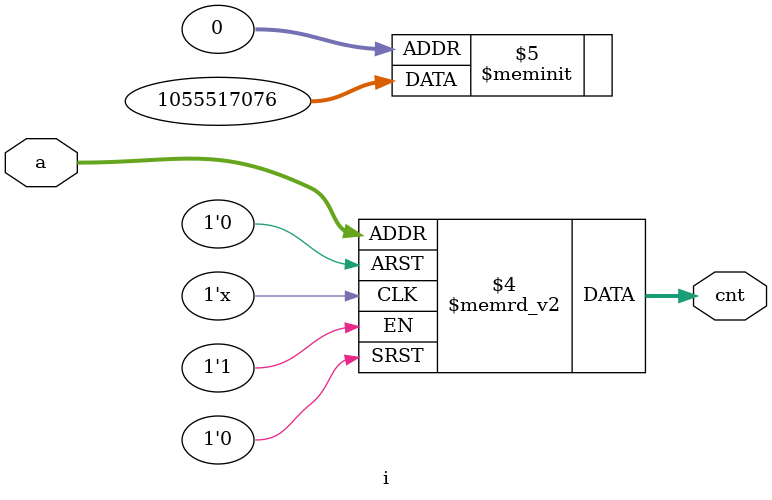
<source format=v>
module xor_cnt( 
input [127:0] a,
input [127:0] b,
output   [6:0] num
 );
 
wire [127:0] c;  
wire [32*2-1 : 0] out;
assign c=a^b;

genvar i;
generate
	for (i=0;i<32;i=i+1) begin:igen
	i i_I(
		.a(c[i*4 +: 4]),
		.cnt(out[i*2 +: 2])		
	);		
	end
endgenerate
assign num = out[1:0] + out[3:2] +out[5:4] +out[7:6] +out[9:8] +out[11:10] +out[13:12]+out[15:14]+out[17:16]+out[19:18]+out[21:20]+out[23:22]+out[25:24]+out[27:26]+out[29:28]+out[31:30]+
out[33:32] + out[35:34] +out[37:36] +out[39:38] +out[41:40] +out[43:42] +out[45:44]+out[47:46]+out[49:48]+out[51:50]+out[53:52]+out[55:54]+out[57:56]+out[59:58]+out[61:60]+out[63:62];


endmodule


module i(
input [3:0] a,
output reg [1:0] cnt
);

always@(*) begin
	case(a)
		0:cnt=0;	
		1,2,4,8:cnt=1;		
		3,5,6,9,10,12:cnt=2;		
		7,11,13,14:cnt=3;		
		15:cnt=4;		
	endcase		
end	

endmodule
</source>
